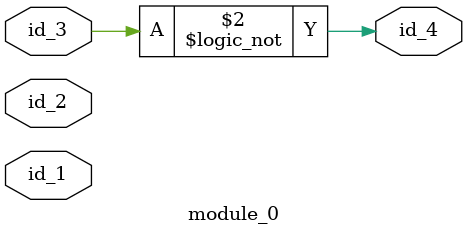
<source format=v>
`timescale 1ps / 1ps
module module_0 (
    id_1,
    id_2,
    id_3,
    id_4
);
  output id_4;
  inout id_3;
  inout id_2;
  input id_1;
  initial id_4 = !id_3;
endmodule

</source>
